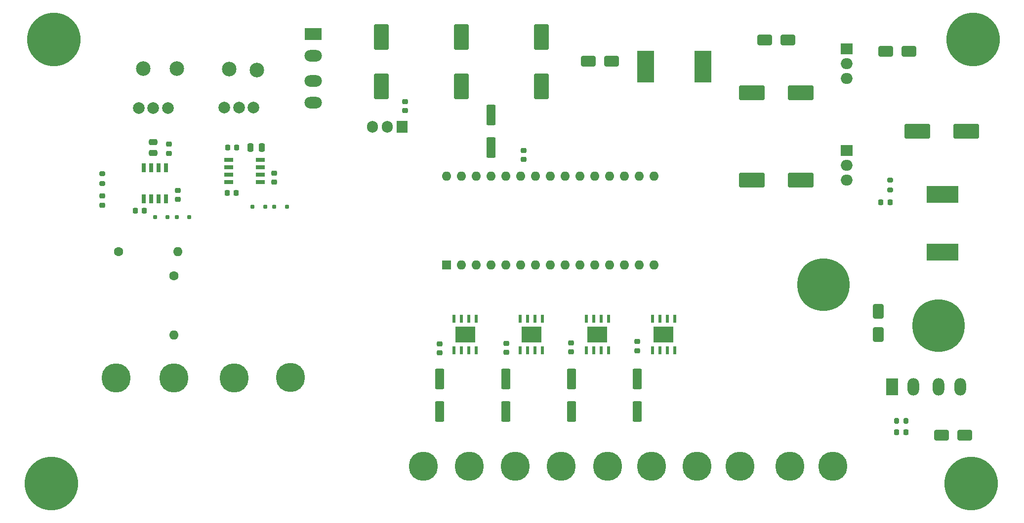
<source format=gbr>
%TF.GenerationSoftware,KiCad,Pcbnew,8.0.6*%
%TF.CreationDate,2024-11-17T15:14:54-07:00*%
%TF.ProjectId,SRX160,53525831-3630-42e6-9b69-6361645f7063,rev?*%
%TF.SameCoordinates,Original*%
%TF.FileFunction,Soldermask,Top*%
%TF.FilePolarity,Negative*%
%FSLAX46Y46*%
G04 Gerber Fmt 4.6, Leading zero omitted, Abs format (unit mm)*
G04 Created by KiCad (PCBNEW 8.0.6) date 2024-11-17 15:14:54*
%MOMM*%
%LPD*%
G01*
G04 APERTURE LIST*
G04 Aperture macros list*
%AMRoundRect*
0 Rectangle with rounded corners*
0 $1 Rounding radius*
0 $2 $3 $4 $5 $6 $7 $8 $9 X,Y pos of 4 corners*
0 Add a 4 corners polygon primitive as box body*
4,1,4,$2,$3,$4,$5,$6,$7,$8,$9,$2,$3,0*
0 Add four circle primitives for the rounded corners*
1,1,$1+$1,$2,$3*
1,1,$1+$1,$4,$5*
1,1,$1+$1,$6,$7*
1,1,$1+$1,$8,$9*
0 Add four rect primitives between the rounded corners*
20,1,$1+$1,$2,$3,$4,$5,0*
20,1,$1+$1,$4,$5,$6,$7,0*
20,1,$1+$1,$6,$7,$8,$9,0*
20,1,$1+$1,$8,$9,$2,$3,0*%
G04 Aperture macros list end*
%ADD10R,2.000000X1.905000*%
%ADD11O,2.000000X1.905000*%
%ADD12RoundRect,0.250000X1.950000X1.000000X-1.950000X1.000000X-1.950000X-1.000000X1.950000X-1.000000X0*%
%ADD13C,9.200000*%
%ADD14C,5.000000*%
%ADD15R,0.558800X1.460500*%
%ADD16R,3.403600X2.717800*%
%ADD17C,2.000000*%
%ADD18RoundRect,0.200000X0.275000X-0.200000X0.275000X0.200000X-0.275000X0.200000X-0.275000X-0.200000X0*%
%ADD19RoundRect,0.175000X0.175000X0.175000X-0.175000X0.175000X-0.175000X-0.175000X0.175000X-0.175000X0*%
%ADD20RoundRect,0.200000X-0.200000X-0.275000X0.200000X-0.275000X0.200000X0.275000X-0.200000X0.275000X0*%
%ADD21R,5.400000X2.900000*%
%ADD22C,1.600000*%
%ADD23O,1.600000X1.600000*%
%ADD24RoundRect,0.225000X-0.250000X0.225000X-0.250000X-0.225000X0.250000X-0.225000X0.250000X0.225000X0*%
%ADD25R,1.500000X0.650000*%
%ADD26RoundRect,0.225000X0.250000X-0.225000X0.250000X0.225000X-0.250000X0.225000X-0.250000X-0.225000X0*%
%ADD27R,1.600000X1.600000*%
%ADD28C,2.500000*%
%ADD29RoundRect,0.250000X-0.550000X1.500000X-0.550000X-1.500000X0.550000X-1.500000X0.550000X1.500000X0*%
%ADD30RoundRect,0.218750X0.256250X-0.218750X0.256250X0.218750X-0.256250X0.218750X-0.256250X-0.218750X0*%
%ADD31C,9.000000*%
%ADD32RoundRect,0.218750X-0.218750X-0.256250X0.218750X-0.256250X0.218750X0.256250X-0.218750X0.256250X0*%
%ADD33RoundRect,0.225000X0.225000X0.250000X-0.225000X0.250000X-0.225000X-0.250000X0.225000X-0.250000X0*%
%ADD34R,1.905000X2.000000*%
%ADD35O,1.905000X2.000000*%
%ADD36RoundRect,0.250000X1.000000X-1.950000X1.000000X1.950000X-1.000000X1.950000X-1.000000X-1.950000X0*%
%ADD37R,3.000000X2.000000*%
%ADD38O,3.000000X2.000000*%
%ADD39RoundRect,0.175000X-0.175000X-0.175000X0.175000X-0.175000X0.175000X0.175000X-0.175000X0.175000X0*%
%ADD40RoundRect,0.250000X-1.950000X-1.000000X1.950000X-1.000000X1.950000X1.000000X-1.950000X1.000000X0*%
%ADD41RoundRect,0.250000X0.550000X-1.500000X0.550000X1.500000X-0.550000X1.500000X-0.550000X-1.500000X0*%
%ADD42RoundRect,0.250000X-1.000000X-0.650000X1.000000X-0.650000X1.000000X0.650000X-1.000000X0.650000X0*%
%ADD43R,2.900000X5.400000*%
%ADD44RoundRect,0.250000X-0.650000X1.000000X-0.650000X-1.000000X0.650000X-1.000000X0.650000X1.000000X0*%
%ADD45RoundRect,0.225000X-0.225000X-0.250000X0.225000X-0.250000X0.225000X0.250000X-0.225000X0.250000X0*%
%ADD46RoundRect,0.250000X0.250000X0.475000X-0.250000X0.475000X-0.250000X-0.475000X0.250000X-0.475000X0*%
%ADD47R,2.000000X3.000000*%
%ADD48O,2.000000X3.000000*%
%ADD49RoundRect,0.250000X0.475000X-0.250000X0.475000X0.250000X-0.475000X0.250000X-0.475000X-0.250000X0*%
%ADD50R,0.650000X1.500000*%
G04 APERTURE END LIST*
D10*
%TO.C,U2*%
X176555000Y-59960000D03*
D11*
X176555000Y-62500000D03*
X176555000Y-65040000D03*
%TD*%
D12*
%TO.C,C2*%
X168700000Y-50000000D03*
X160300000Y-50000000D03*
%TD*%
D13*
%TO.C,H2*%
X40690800Y-40843200D03*
%TD*%
D14*
%TO.C,FlowPin1*%
X61200000Y-98950000D03*
%TD*%
D15*
%TO.C,U9*%
X113069800Y-88775850D03*
X111799800Y-88775850D03*
X110529800Y-88775850D03*
X109259800Y-88775850D03*
X109259800Y-94224150D03*
X110529800Y-94224150D03*
X111799800Y-94224150D03*
X113069800Y-94224150D03*
D16*
X111164800Y-91500000D03*
%TD*%
D17*
%TO.C,RV3*%
X55187200Y-52628000D03*
X57687200Y-52628000D03*
X60187200Y-52628000D03*
%TD*%
D18*
%TO.C,R4*%
X48945800Y-65595000D03*
X48945800Y-63945000D03*
%TD*%
D14*
%TO.C,Sec7*%
X166800000Y-114150000D03*
%TD*%
D17*
%TO.C,RV4*%
X74875100Y-52578000D03*
X72375100Y-52578000D03*
X69875100Y-52578000D03*
%TD*%
D19*
%TO.C,D10*%
X60132700Y-71331000D03*
X57982700Y-71331000D03*
%TD*%
D20*
%TO.C,R10*%
X185075000Y-106350000D03*
X186725000Y-106350000D03*
%TD*%
D14*
%TO.C,MotorB1*%
X143100000Y-114150000D03*
%TD*%
D21*
%TO.C,L1*%
X193000000Y-77400000D03*
X193000000Y-67500000D03*
%TD*%
D22*
%TO.C,R2*%
X51770000Y-77300000D03*
D23*
X61930000Y-77300000D03*
%TD*%
D13*
%TO.C,H3*%
X40208200Y-117043200D03*
%TD*%
D18*
%TO.C,R3*%
X183989304Y-66704461D03*
X183989304Y-65054461D03*
%TD*%
D24*
%TO.C,C14*%
X61874400Y-66763600D03*
X61874400Y-68313600D03*
%TD*%
D25*
%TO.C,U7*%
X76037400Y-65354200D03*
X76037400Y-64084200D03*
X76037400Y-62814200D03*
X76037400Y-61544200D03*
X70637400Y-61544200D03*
X70637400Y-62814200D03*
X70637400Y-64084200D03*
X70637400Y-65354200D03*
%TD*%
D14*
%TO.C,GndSensor1*%
X81200000Y-98875000D03*
%TD*%
%TO.C,Sec4*%
X127600000Y-114150000D03*
%TD*%
%TO.C,Pressure1*%
X71550000Y-98950000D03*
%TD*%
D26*
%TO.C,C27*%
X106750000Y-94675000D03*
X106750000Y-93125000D03*
%TD*%
D24*
%TO.C,C24*%
X100892000Y-51545000D03*
X100892000Y-53095000D03*
%TD*%
D13*
%TO.C,H1*%
X198196200Y-40894000D03*
%TD*%
D27*
%TO.C,A1*%
X107950000Y-79593600D03*
D23*
X110490000Y-79593600D03*
X113030000Y-79593600D03*
X115570000Y-79593600D03*
X118110000Y-79593600D03*
X120650000Y-79593600D03*
X123190000Y-79593600D03*
X125730000Y-79593600D03*
X128270000Y-79593600D03*
X130810000Y-79593600D03*
X133350000Y-79593600D03*
X135890000Y-79593600D03*
X138430000Y-79593600D03*
X140970000Y-79593600D03*
X143510000Y-79593600D03*
X143510000Y-64353600D03*
X140970000Y-64353600D03*
X138430000Y-64353600D03*
X135890000Y-64353600D03*
X133350000Y-64353600D03*
X130810000Y-64353600D03*
X128270000Y-64353600D03*
X125730000Y-64353600D03*
X123190000Y-64353600D03*
X120650000Y-64353600D03*
X118110000Y-64353600D03*
X115570000Y-64353600D03*
X113030000Y-64353600D03*
X110490000Y-64353600D03*
X107950000Y-64353600D03*
%TD*%
D26*
%TO.C,C25*%
X140650000Y-94275000D03*
X140650000Y-92725000D03*
%TD*%
D28*
%TO.C,TP6*%
X75443100Y-46101000D03*
%TD*%
D29*
%TO.C,C1*%
X129387600Y-99098800D03*
X129387600Y-104698800D03*
%TD*%
D30*
%TO.C,D5*%
X48920400Y-69316700D03*
X48920400Y-67741700D03*
%TD*%
D31*
%TO.C,J5*%
X192300000Y-90000000D03*
%TD*%
D19*
%TO.C,D9*%
X63862900Y-71323200D03*
X61712900Y-71323200D03*
%TD*%
D28*
%TO.C,TP8*%
X61704200Y-45847000D03*
%TD*%
D32*
%TO.C,D8*%
X185128400Y-108300000D03*
X186703400Y-108300000D03*
%TD*%
D24*
%TO.C,R9*%
X78417400Y-63830200D03*
X78417400Y-65380200D03*
%TD*%
D28*
%TO.C,TP7*%
X55989200Y-45847000D03*
%TD*%
D33*
%TO.C,C19*%
X71912400Y-67224200D03*
X70362400Y-67224200D03*
%TD*%
D34*
%TO.C,U5*%
X100384000Y-55876000D03*
D35*
X97844000Y-55876000D03*
X95304000Y-55876000D03*
%TD*%
D14*
%TO.C,Sec3*%
X119700000Y-114150000D03*
%TD*%
%TO.C,Sec2*%
X111900000Y-114150000D03*
%TD*%
D13*
%TO.C,H4*%
X197840600Y-117119400D03*
%TD*%
D14*
%TO.C,Sec6*%
X158300000Y-114150000D03*
%TD*%
D36*
%TO.C,C23*%
X96828000Y-48900000D03*
X96828000Y-40500000D03*
%TD*%
D32*
%TO.C,D1*%
X182412500Y-68800000D03*
X183987500Y-68800000D03*
%TD*%
D10*
%TO.C,U3*%
X176555000Y-42460000D03*
D11*
X176555000Y-45000000D03*
X176555000Y-47540000D03*
%TD*%
D12*
%TO.C,C4*%
X168700000Y-65000000D03*
X160300000Y-65000000D03*
%TD*%
D14*
%TO.C,Sec1*%
X103950000Y-114150000D03*
%TD*%
D37*
%TO.C,F2*%
X85144000Y-39984000D03*
D38*
X85144000Y-43684000D03*
X85144000Y-47984000D03*
X85144000Y-51684000D03*
%TD*%
D39*
%TO.C,D12*%
X74726900Y-69621400D03*
X76876900Y-69621400D03*
%TD*%
D40*
%TO.C,C3*%
X188662200Y-56667400D03*
X197062200Y-56667400D03*
%TD*%
D29*
%TO.C,C30*%
X118087600Y-99098800D03*
X118087600Y-104698800D03*
%TD*%
D14*
%TO.C,Sec8*%
X174150000Y-114150000D03*
%TD*%
D26*
%TO.C,C28*%
X118200000Y-94575000D03*
X118200000Y-93025000D03*
%TD*%
D14*
%TO.C,Sec5*%
X150900000Y-114150000D03*
%TD*%
D36*
%TO.C,C22*%
X110544000Y-48900000D03*
X110544000Y-40500000D03*
%TD*%
D41*
%TO.C,C7*%
X115595400Y-59442000D03*
X115595400Y-53842000D03*
%TD*%
D29*
%TO.C,C26*%
X140687600Y-99098800D03*
X140687600Y-104698800D03*
%TD*%
D28*
%TO.C,TP5*%
X70744100Y-45974000D03*
%TD*%
D31*
%TO.C,J6*%
X172600000Y-83000000D03*
%TD*%
D42*
%TO.C,D2*%
X162500000Y-41000000D03*
X166500000Y-41000000D03*
%TD*%
D22*
%TO.C,R5*%
X61200000Y-81470000D03*
D23*
X61200000Y-91630000D03*
%TD*%
D29*
%TO.C,C29*%
X106787600Y-99098800D03*
X106787600Y-104698800D03*
%TD*%
D43*
%TO.C,L2*%
X151950000Y-45500000D03*
X142050000Y-45500000D03*
%TD*%
D39*
%TO.C,D13*%
X78435300Y-69621400D03*
X80585300Y-69621400D03*
%TD*%
D42*
%TO.C,D3*%
X132250000Y-44650000D03*
X136250000Y-44650000D03*
%TD*%
D44*
%TO.C,D11*%
X182000000Y-87500000D03*
X182000000Y-91500000D03*
%TD*%
D15*
%TO.C,U8*%
X147055000Y-88775850D03*
X145785000Y-88775850D03*
X144515000Y-88775850D03*
X143245000Y-88775850D03*
X143245000Y-94224150D03*
X144515000Y-94224150D03*
X145785000Y-94224150D03*
X147055000Y-94224150D03*
D16*
X145150000Y-91500000D03*
%TD*%
D14*
%TO.C,MotorA1*%
X135550000Y-114150000D03*
%TD*%
D42*
%TO.C,D7*%
X183250000Y-42900000D03*
X187250000Y-42900000D03*
%TD*%
D14*
%TO.C,5VSensors1*%
X51300000Y-98950000D03*
%TD*%
D45*
%TO.C,C20*%
X70423400Y-59385200D03*
X71973400Y-59385200D03*
%TD*%
D36*
%TO.C,C21*%
X124260000Y-48900000D03*
X124260000Y-40500000D03*
%TD*%
D46*
%TO.C,C18*%
X76291400Y-59385200D03*
X74391400Y-59385200D03*
%TD*%
D15*
%TO.C,U1*%
X135726600Y-88775850D03*
X134456600Y-88775850D03*
X133186600Y-88775850D03*
X131916600Y-88775850D03*
X131916600Y-94224150D03*
X133186600Y-94224150D03*
X134456600Y-94224150D03*
X135726600Y-94224150D03*
D16*
X133821600Y-91500000D03*
%TD*%
D47*
%TO.C,F1*%
X184300000Y-100500000D03*
D48*
X188000000Y-100500000D03*
X192300000Y-100500000D03*
X196000000Y-100500000D03*
%TD*%
D33*
%TO.C,C17*%
X56185200Y-70231000D03*
X54635200Y-70231000D03*
%TD*%
D49*
%TO.C,C13*%
X57710200Y-60391800D03*
X57710200Y-58491800D03*
%TD*%
D15*
%TO.C,U10*%
X124398200Y-88775850D03*
X123128200Y-88775850D03*
X121858200Y-88775850D03*
X120588200Y-88775850D03*
X120588200Y-94224150D03*
X121858200Y-94224150D03*
X123128200Y-94224150D03*
X124398200Y-94224150D03*
D16*
X122493200Y-91500000D03*
%TD*%
D42*
%TO.C,D14*%
X192800000Y-108800000D03*
X196800000Y-108800000D03*
%TD*%
D24*
%TO.C,R1*%
X60410200Y-58866800D03*
X60410200Y-60416800D03*
%TD*%
%TO.C,C6*%
X121158000Y-59943400D03*
X121158000Y-61493400D03*
%TD*%
D26*
%TO.C,C5*%
X129286000Y-94475600D03*
X129286000Y-92925600D03*
%TD*%
D50*
%TO.C,U6*%
X59890200Y-62866800D03*
X58620200Y-62866800D03*
X57350200Y-62866800D03*
X56080200Y-62866800D03*
X56080200Y-68266800D03*
X57350200Y-68266800D03*
X58620200Y-68266800D03*
X59890200Y-68266800D03*
%TD*%
M02*

</source>
